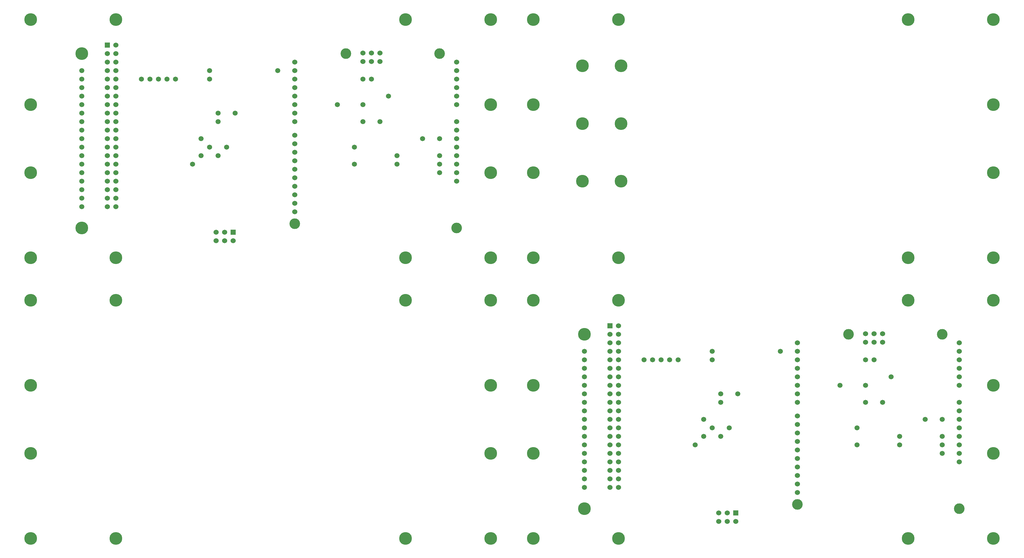
<source format=gbs>
G04 (created by PCBNEW (2013-jul-07)-stable) date Sat 02 May 2015 02:19:32 PM CEST*
%MOIN*%
G04 Gerber Fmt 3.4, Leading zero omitted, Abs format*
%FSLAX34Y34*%
G01*
G70*
G90*
G04 APERTURE LIST*
%ADD10C,0.00590551*%
%ADD11C,0.1495*%
%ADD12C,0.0590551*%
%ADD13C,0.06*%
%ADD14C,0.125*%
%ADD15R,0.06X0.06*%
G04 APERTURE END LIST*
G54D10*
G54D11*
X90300Y-28000D03*
X85750Y-28000D03*
X85750Y-21250D03*
X90300Y-21250D03*
X90300Y-14450D03*
X80000Y-19000D03*
X134000Y-9000D03*
X124000Y-9000D03*
X90000Y-9000D03*
X80000Y-9000D03*
X80000Y-37000D03*
X90000Y-37000D03*
X134000Y-37000D03*
X124000Y-37000D03*
X80000Y-27000D03*
X85750Y-14450D03*
X134000Y-19000D03*
X134000Y-27000D03*
X75000Y-42000D03*
X65000Y-42000D03*
X31000Y-42000D03*
X21000Y-42000D03*
X21000Y-70000D03*
X31000Y-70000D03*
X75000Y-70000D03*
X65000Y-70000D03*
X21000Y-60000D03*
X21000Y-52000D03*
X75000Y-52000D03*
X75000Y-60000D03*
X86000Y-46000D03*
X86000Y-66500D03*
G54D12*
X86000Y-61000D03*
X86000Y-63000D03*
X86000Y-58000D03*
X86000Y-50000D03*
X86000Y-52000D03*
X86000Y-54000D03*
X86000Y-56000D03*
X126000Y-56000D03*
X86000Y-59000D03*
X86000Y-57000D03*
X86000Y-55000D03*
X86000Y-53000D03*
X86000Y-51000D03*
X86000Y-49000D03*
X102000Y-58000D03*
X86000Y-60000D03*
X86000Y-62000D03*
X86000Y-64000D03*
X86000Y-48000D03*
X128000Y-60000D03*
X128000Y-59000D03*
X128000Y-58000D03*
X128000Y-56000D03*
X94000Y-49000D03*
X123000Y-58000D03*
X119000Y-52000D03*
X119000Y-49000D03*
X109000Y-48000D03*
X120000Y-49000D03*
X103000Y-57000D03*
X123000Y-59000D03*
X118000Y-57000D03*
X121000Y-54000D03*
X118000Y-59000D03*
X122000Y-51000D03*
X119000Y-54000D03*
X116000Y-52000D03*
X99000Y-59000D03*
X101000Y-57000D03*
X100000Y-58000D03*
X102000Y-53000D03*
X104000Y-53000D03*
X102000Y-54000D03*
X95000Y-49000D03*
X96000Y-49000D03*
X101000Y-48000D03*
X101000Y-49000D03*
X100000Y-56000D03*
X97000Y-49000D03*
X93000Y-49000D03*
G54D13*
X130000Y-61000D03*
X130000Y-60000D03*
X130000Y-59000D03*
X130000Y-58000D03*
X130000Y-57000D03*
X130000Y-56000D03*
X130000Y-55000D03*
X130000Y-54000D03*
X130000Y-52000D03*
X130000Y-51000D03*
X130000Y-50000D03*
X130000Y-49000D03*
X130000Y-48000D03*
X130000Y-47000D03*
X119000Y-46950D03*
X120000Y-46950D03*
X121000Y-46950D03*
X121000Y-45950D03*
X120000Y-45950D03*
X119000Y-45950D03*
X111000Y-47000D03*
X111000Y-48000D03*
X111000Y-49000D03*
X111000Y-50000D03*
X111000Y-51000D03*
X111000Y-52000D03*
X111000Y-53000D03*
X111000Y-54000D03*
X111000Y-55600D03*
X111000Y-56600D03*
X111000Y-57600D03*
X111000Y-58600D03*
X111000Y-59600D03*
X111000Y-60600D03*
X111000Y-61600D03*
X111000Y-62600D03*
X111000Y-63600D03*
X111000Y-64600D03*
G54D14*
X111000Y-66000D03*
X117000Y-46000D03*
X130000Y-66500D03*
X128000Y-46000D03*
G54D15*
X103750Y-67000D03*
G54D13*
X103750Y-68000D03*
X102750Y-67000D03*
X102750Y-68000D03*
X101750Y-67000D03*
X101750Y-68000D03*
G54D15*
X89000Y-45000D03*
G54D13*
X90000Y-45000D03*
X89000Y-50000D03*
X90000Y-46000D03*
X89000Y-51000D03*
X90000Y-47000D03*
X89000Y-52000D03*
X90000Y-48000D03*
X89000Y-53000D03*
X90000Y-49000D03*
X89000Y-54000D03*
X90000Y-50000D03*
X89000Y-55000D03*
X90000Y-51000D03*
X89000Y-56000D03*
X90000Y-52000D03*
X89000Y-57000D03*
X90000Y-53000D03*
X89000Y-58000D03*
X90000Y-54000D03*
X89000Y-59000D03*
X90000Y-55000D03*
X89000Y-60000D03*
X90000Y-56000D03*
X90000Y-57000D03*
X89000Y-61000D03*
X90000Y-58000D03*
X90000Y-60000D03*
X90000Y-61000D03*
X90000Y-62000D03*
X90000Y-63000D03*
X89000Y-62000D03*
X89000Y-63000D03*
X89000Y-46000D03*
X89000Y-47000D03*
X89000Y-48000D03*
X89000Y-49000D03*
X89000Y-64000D03*
X90000Y-64000D03*
X90000Y-59000D03*
G54D11*
X134000Y-42000D03*
X124000Y-42000D03*
X90000Y-42000D03*
X80000Y-42000D03*
X80000Y-70000D03*
X90000Y-70000D03*
X134000Y-70000D03*
X124000Y-70000D03*
X80000Y-60000D03*
X80000Y-52000D03*
X134000Y-52000D03*
X134000Y-60000D03*
X27000Y-13000D03*
X27000Y-33500D03*
G54D12*
X27000Y-28000D03*
X27000Y-30000D03*
X27000Y-25000D03*
X27000Y-17000D03*
X27000Y-19000D03*
X27000Y-21000D03*
X27000Y-23000D03*
X67000Y-23000D03*
X27000Y-26000D03*
X27000Y-24000D03*
X27000Y-22000D03*
X27000Y-20000D03*
X27000Y-18000D03*
X27000Y-16000D03*
X43000Y-25000D03*
X27000Y-27000D03*
X27000Y-29000D03*
X27000Y-31000D03*
X27000Y-15000D03*
X69000Y-27000D03*
X69000Y-26000D03*
X69000Y-25000D03*
X69000Y-23000D03*
X35000Y-16000D03*
X64000Y-25000D03*
X60000Y-19000D03*
X60000Y-16000D03*
X50000Y-15000D03*
X61000Y-16000D03*
X44000Y-24000D03*
X64000Y-26000D03*
X59000Y-24000D03*
X62000Y-21000D03*
X59000Y-26000D03*
X63000Y-18000D03*
X60000Y-21000D03*
X57000Y-19000D03*
X40000Y-26000D03*
X42000Y-24000D03*
X41000Y-25000D03*
X43000Y-20000D03*
X45000Y-20000D03*
X43000Y-21000D03*
X36000Y-16000D03*
X37000Y-16000D03*
X42000Y-15000D03*
X42000Y-16000D03*
X41000Y-23000D03*
X38000Y-16000D03*
X34000Y-16000D03*
G54D13*
X71000Y-28000D03*
X71000Y-27000D03*
X71000Y-26000D03*
X71000Y-25000D03*
X71000Y-24000D03*
X71000Y-23000D03*
X71000Y-22000D03*
X71000Y-21000D03*
X71000Y-19000D03*
X71000Y-18000D03*
X71000Y-17000D03*
X71000Y-16000D03*
X71000Y-15000D03*
X71000Y-14000D03*
X60000Y-13950D03*
X61000Y-13950D03*
X62000Y-13950D03*
X62000Y-12950D03*
X61000Y-12950D03*
X60000Y-12950D03*
X52000Y-14000D03*
X52000Y-15000D03*
X52000Y-16000D03*
X52000Y-17000D03*
X52000Y-18000D03*
X52000Y-19000D03*
X52000Y-20000D03*
X52000Y-21000D03*
X52000Y-22600D03*
X52000Y-23600D03*
X52000Y-24600D03*
X52000Y-25600D03*
X52000Y-26600D03*
X52000Y-27600D03*
X52000Y-28600D03*
X52000Y-29600D03*
X52000Y-30600D03*
X52000Y-31600D03*
G54D14*
X52000Y-33000D03*
X58000Y-13000D03*
X71000Y-33500D03*
X69000Y-13000D03*
G54D15*
X44750Y-34000D03*
G54D13*
X44750Y-35000D03*
X43750Y-34000D03*
X43750Y-35000D03*
X42750Y-34000D03*
X42750Y-35000D03*
G54D15*
X30000Y-12000D03*
G54D13*
X31000Y-12000D03*
X30000Y-17000D03*
X31000Y-13000D03*
X30000Y-18000D03*
X31000Y-14000D03*
X30000Y-19000D03*
X31000Y-15000D03*
X30000Y-20000D03*
X31000Y-16000D03*
X30000Y-21000D03*
X31000Y-17000D03*
X30000Y-22000D03*
X31000Y-18000D03*
X30000Y-23000D03*
X31000Y-19000D03*
X30000Y-24000D03*
X31000Y-20000D03*
X30000Y-25000D03*
X31000Y-21000D03*
X30000Y-26000D03*
X31000Y-22000D03*
X30000Y-27000D03*
X31000Y-23000D03*
X31000Y-24000D03*
X30000Y-28000D03*
X31000Y-25000D03*
X31000Y-27000D03*
X31000Y-28000D03*
X31000Y-29000D03*
X31000Y-30000D03*
X30000Y-29000D03*
X30000Y-30000D03*
X30000Y-13000D03*
X30000Y-14000D03*
X30000Y-15000D03*
X30000Y-16000D03*
X30000Y-31000D03*
X31000Y-31000D03*
X31000Y-26000D03*
G54D11*
X75000Y-9000D03*
X65000Y-9000D03*
X31000Y-9000D03*
X21000Y-9000D03*
X21000Y-37000D03*
X31000Y-37000D03*
X75000Y-37000D03*
X65000Y-37000D03*
X21000Y-27000D03*
X21000Y-19000D03*
X75000Y-19000D03*
X75000Y-27000D03*
M02*

</source>
